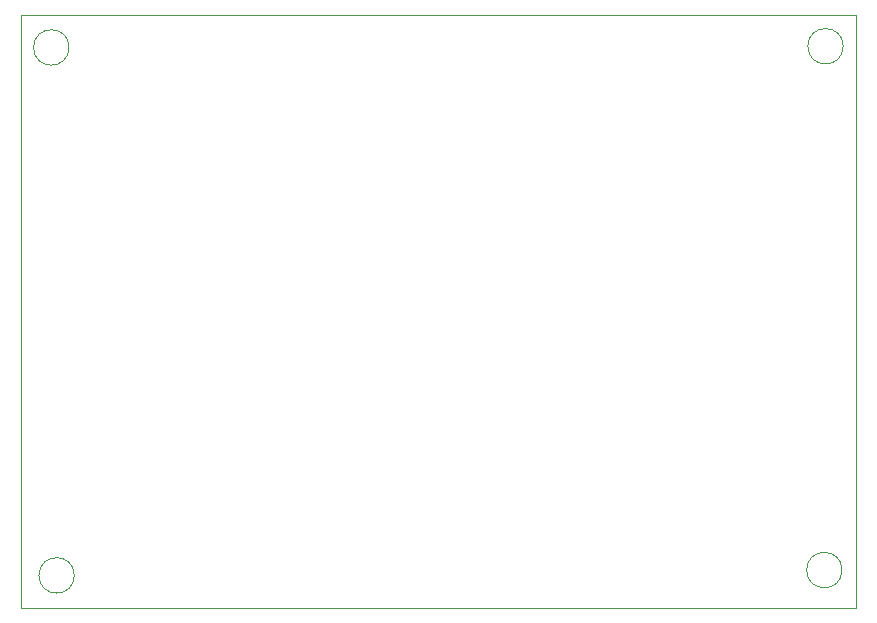
<source format=gbr>
%TF.GenerationSoftware,KiCad,Pcbnew,8.0.0-rc2*%
%TF.CreationDate,2024-05-24T11:46:06+05:30*%
%TF.ProjectId,IR based Relay controll board_v1,49522062-6173-4656-9420-52656c617920,rev?*%
%TF.SameCoordinates,Original*%
%TF.FileFunction,Profile,NP*%
%FSLAX46Y46*%
G04 Gerber Fmt 4.6, Leading zero omitted, Abs format (unit mm)*
G04 Created by KiCad (PCBNEW 8.0.0-rc2) date 2024-05-24 11:46:06*
%MOMM*%
%LPD*%
G01*
G04 APERTURE LIST*
%TA.AperFunction,Profile*%
%ADD10C,0.050000*%
%TD*%
G04 APERTURE END LIST*
D10*
X134450000Y-152400000D02*
G75*
G02*
X131450000Y-152400000I-1500000J0D01*
G01*
X131450000Y-152400000D02*
G75*
G02*
X134450000Y-152400000I1500000J0D01*
G01*
X199550000Y-107600000D02*
G75*
G02*
X196550000Y-107600000I-1500000J0D01*
G01*
X196550000Y-107600000D02*
G75*
G02*
X199550000Y-107600000I1500000J0D01*
G01*
X134000000Y-107700000D02*
G75*
G02*
X131000000Y-107700000I-1500000J0D01*
G01*
X131000000Y-107700000D02*
G75*
G02*
X134000000Y-107700000I1500000J0D01*
G01*
X129950000Y-104950000D02*
X200600000Y-104950000D01*
X200600000Y-155150000D01*
X129950000Y-155150000D01*
X129950000Y-104950000D01*
X199450000Y-151950000D02*
G75*
G02*
X196450000Y-151950000I-1500000J0D01*
G01*
X196450000Y-151950000D02*
G75*
G02*
X199450000Y-151950000I1500000J0D01*
G01*
M02*

</source>
